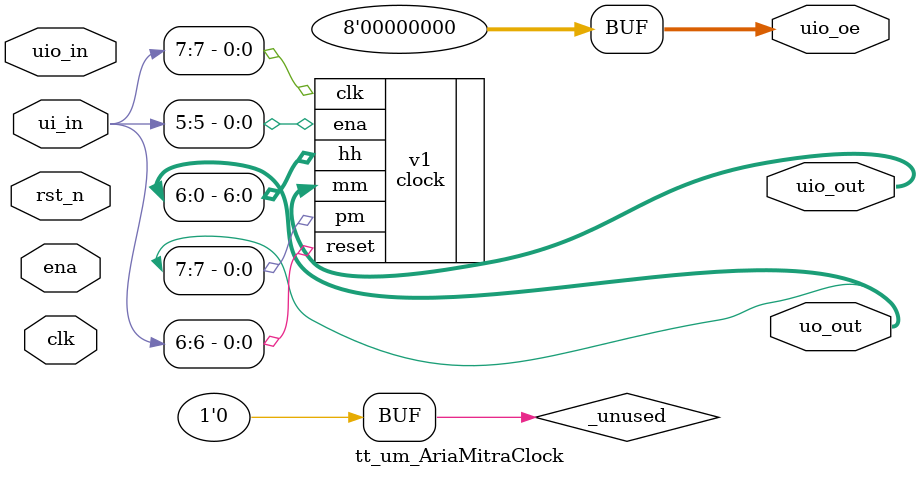
<source format=v>
/*
 * Copyright (c) 2024 Your Name
 * SPDX-License-Identifier: Apache-2.0
 */

`default_nettype none

module tt_um_AriaMitraClock (
    input  wire [7:0] ui_in,    // Dedicated inputs
    output wire [7:0] uo_out,   // Dedicated outputs
    input  wire [7:0] uio_in,   // IOs: Input path
    output wire [7:0] uio_out,  // IOs: Output path
    output wire [7:0] uio_oe,   // IOs: Enable path (active high: 0=input, 1=output)
    input  wire       ena,      // always 1 when the design is powered, so you can ignore it
    input  wire       clk,      // clock
    input  wire       rst_n     // reset_n - low to reset
);

  // All output pins must be assigned. If not used, assign to 0.

    assign uio_oe  = 0;
    clock v1(.clk(ui_in[7]), .reset(ui_in[6]),.ena(ui_in[5]),.pm(uo_out[7]), .hh(uo_out[6:0]), .mm(uio_out)); 

  // List all unused inputs to prevent warnings
    wire _unused = &{ena, clk, rst_n, ui_in[4:0], 1'b0};

endmodule

</source>
